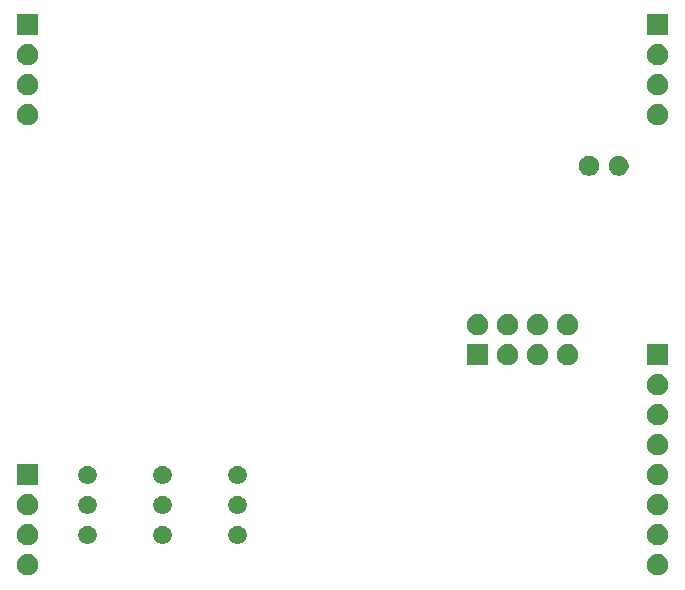
<source format=gbr>
G04 #@! TF.GenerationSoftware,KiCad,Pcbnew,5.1.6-c6e7f7d~87~ubuntu18.04.1*
G04 #@! TF.CreationDate,2020-08-19T17:04:45-04:00*
G04 #@! TF.ProjectId,late_MS20_VCF_plug_in_board,6c617465-5f4d-4533-9230-5f5643465f70,0*
G04 #@! TF.SameCoordinates,Original*
G04 #@! TF.FileFunction,Soldermask,Bot*
G04 #@! TF.FilePolarity,Negative*
%FSLAX46Y46*%
G04 Gerber Fmt 4.6, Leading zero omitted, Abs format (unit mm)*
G04 Created by KiCad (PCBNEW 5.1.6-c6e7f7d~87~ubuntu18.04.1) date 2020-08-19 17:04:45*
%MOMM*%
%LPD*%
G01*
G04 APERTURE LIST*
%ADD10C,0.100000*%
G04 APERTURE END LIST*
D10*
G36*
X147433512Y-113403927D02*
G01*
X147582812Y-113433624D01*
X147746784Y-113501544D01*
X147894354Y-113600147D01*
X148019853Y-113725646D01*
X148118456Y-113873216D01*
X148186376Y-114037188D01*
X148221000Y-114211259D01*
X148221000Y-114388741D01*
X148186376Y-114562812D01*
X148118456Y-114726784D01*
X148019853Y-114874354D01*
X147894354Y-114999853D01*
X147746784Y-115098456D01*
X147582812Y-115166376D01*
X147433512Y-115196073D01*
X147408742Y-115201000D01*
X147231258Y-115201000D01*
X147206488Y-115196073D01*
X147057188Y-115166376D01*
X146893216Y-115098456D01*
X146745646Y-114999853D01*
X146620147Y-114874354D01*
X146521544Y-114726784D01*
X146453624Y-114562812D01*
X146419000Y-114388741D01*
X146419000Y-114211259D01*
X146453624Y-114037188D01*
X146521544Y-113873216D01*
X146620147Y-113725646D01*
X146745646Y-113600147D01*
X146893216Y-113501544D01*
X147057188Y-113433624D01*
X147206488Y-113403927D01*
X147231258Y-113399000D01*
X147408742Y-113399000D01*
X147433512Y-113403927D01*
G37*
G36*
X94093512Y-113403927D02*
G01*
X94242812Y-113433624D01*
X94406784Y-113501544D01*
X94554354Y-113600147D01*
X94679853Y-113725646D01*
X94778456Y-113873216D01*
X94846376Y-114037188D01*
X94881000Y-114211259D01*
X94881000Y-114388741D01*
X94846376Y-114562812D01*
X94778456Y-114726784D01*
X94679853Y-114874354D01*
X94554354Y-114999853D01*
X94406784Y-115098456D01*
X94242812Y-115166376D01*
X94093512Y-115196073D01*
X94068742Y-115201000D01*
X93891258Y-115201000D01*
X93866488Y-115196073D01*
X93717188Y-115166376D01*
X93553216Y-115098456D01*
X93405646Y-114999853D01*
X93280147Y-114874354D01*
X93181544Y-114726784D01*
X93113624Y-114562812D01*
X93079000Y-114388741D01*
X93079000Y-114211259D01*
X93113624Y-114037188D01*
X93181544Y-113873216D01*
X93280147Y-113725646D01*
X93405646Y-113600147D01*
X93553216Y-113501544D01*
X93717188Y-113433624D01*
X93866488Y-113403927D01*
X93891258Y-113399000D01*
X94068742Y-113399000D01*
X94093512Y-113403927D01*
G37*
G36*
X94093512Y-110863927D02*
G01*
X94242812Y-110893624D01*
X94406784Y-110961544D01*
X94554354Y-111060147D01*
X94679853Y-111185646D01*
X94778456Y-111333216D01*
X94846376Y-111497188D01*
X94881000Y-111671259D01*
X94881000Y-111848741D01*
X94846376Y-112022812D01*
X94778456Y-112186784D01*
X94679853Y-112334354D01*
X94554354Y-112459853D01*
X94406784Y-112558456D01*
X94242812Y-112626376D01*
X94093512Y-112656073D01*
X94068742Y-112661000D01*
X93891258Y-112661000D01*
X93866488Y-112656073D01*
X93717188Y-112626376D01*
X93553216Y-112558456D01*
X93405646Y-112459853D01*
X93280147Y-112334354D01*
X93181544Y-112186784D01*
X93113624Y-112022812D01*
X93079000Y-111848741D01*
X93079000Y-111671259D01*
X93113624Y-111497188D01*
X93181544Y-111333216D01*
X93280147Y-111185646D01*
X93405646Y-111060147D01*
X93553216Y-110961544D01*
X93717188Y-110893624D01*
X93866488Y-110863927D01*
X93891258Y-110859000D01*
X94068742Y-110859000D01*
X94093512Y-110863927D01*
G37*
G36*
X147433512Y-110863927D02*
G01*
X147582812Y-110893624D01*
X147746784Y-110961544D01*
X147894354Y-111060147D01*
X148019853Y-111185646D01*
X148118456Y-111333216D01*
X148186376Y-111497188D01*
X148221000Y-111671259D01*
X148221000Y-111848741D01*
X148186376Y-112022812D01*
X148118456Y-112186784D01*
X148019853Y-112334354D01*
X147894354Y-112459853D01*
X147746784Y-112558456D01*
X147582812Y-112626376D01*
X147433512Y-112656073D01*
X147408742Y-112661000D01*
X147231258Y-112661000D01*
X147206488Y-112656073D01*
X147057188Y-112626376D01*
X146893216Y-112558456D01*
X146745646Y-112459853D01*
X146620147Y-112334354D01*
X146521544Y-112186784D01*
X146453624Y-112022812D01*
X146419000Y-111848741D01*
X146419000Y-111671259D01*
X146453624Y-111497188D01*
X146521544Y-111333216D01*
X146620147Y-111185646D01*
X146745646Y-111060147D01*
X146893216Y-110961544D01*
X147057188Y-110893624D01*
X147206488Y-110863927D01*
X147231258Y-110859000D01*
X147408742Y-110859000D01*
X147433512Y-110863927D01*
G37*
G36*
X105535589Y-110998876D02*
G01*
X105634893Y-111018629D01*
X105775206Y-111076748D01*
X105901484Y-111161125D01*
X106008875Y-111268516D01*
X106093252Y-111394794D01*
X106151371Y-111535107D01*
X106181000Y-111684063D01*
X106181000Y-111835937D01*
X106151371Y-111984893D01*
X106093252Y-112125206D01*
X106008875Y-112251484D01*
X105901484Y-112358875D01*
X105775206Y-112443252D01*
X105634893Y-112501371D01*
X105535589Y-112521124D01*
X105485938Y-112531000D01*
X105334062Y-112531000D01*
X105284411Y-112521124D01*
X105185107Y-112501371D01*
X105044794Y-112443252D01*
X104918516Y-112358875D01*
X104811125Y-112251484D01*
X104726748Y-112125206D01*
X104668629Y-111984893D01*
X104639000Y-111835937D01*
X104639000Y-111684063D01*
X104668629Y-111535107D01*
X104726748Y-111394794D01*
X104811125Y-111268516D01*
X104918516Y-111161125D01*
X105044794Y-111076748D01*
X105185107Y-111018629D01*
X105284411Y-110998876D01*
X105334062Y-110989000D01*
X105485938Y-110989000D01*
X105535589Y-110998876D01*
G37*
G36*
X111885589Y-110998876D02*
G01*
X111984893Y-111018629D01*
X112125206Y-111076748D01*
X112251484Y-111161125D01*
X112358875Y-111268516D01*
X112443252Y-111394794D01*
X112501371Y-111535107D01*
X112531000Y-111684063D01*
X112531000Y-111835937D01*
X112501371Y-111984893D01*
X112443252Y-112125206D01*
X112358875Y-112251484D01*
X112251484Y-112358875D01*
X112125206Y-112443252D01*
X111984893Y-112501371D01*
X111885589Y-112521124D01*
X111835938Y-112531000D01*
X111684062Y-112531000D01*
X111634411Y-112521124D01*
X111535107Y-112501371D01*
X111394794Y-112443252D01*
X111268516Y-112358875D01*
X111161125Y-112251484D01*
X111076748Y-112125206D01*
X111018629Y-111984893D01*
X110989000Y-111835937D01*
X110989000Y-111684063D01*
X111018629Y-111535107D01*
X111076748Y-111394794D01*
X111161125Y-111268516D01*
X111268516Y-111161125D01*
X111394794Y-111076748D01*
X111535107Y-111018629D01*
X111634411Y-110998876D01*
X111684062Y-110989000D01*
X111835938Y-110989000D01*
X111885589Y-110998876D01*
G37*
G36*
X99185589Y-110998876D02*
G01*
X99284893Y-111018629D01*
X99425206Y-111076748D01*
X99551484Y-111161125D01*
X99658875Y-111268516D01*
X99743252Y-111394794D01*
X99801371Y-111535107D01*
X99831000Y-111684063D01*
X99831000Y-111835937D01*
X99801371Y-111984893D01*
X99743252Y-112125206D01*
X99658875Y-112251484D01*
X99551484Y-112358875D01*
X99425206Y-112443252D01*
X99284893Y-112501371D01*
X99185589Y-112521124D01*
X99135938Y-112531000D01*
X98984062Y-112531000D01*
X98934411Y-112521124D01*
X98835107Y-112501371D01*
X98694794Y-112443252D01*
X98568516Y-112358875D01*
X98461125Y-112251484D01*
X98376748Y-112125206D01*
X98318629Y-111984893D01*
X98289000Y-111835937D01*
X98289000Y-111684063D01*
X98318629Y-111535107D01*
X98376748Y-111394794D01*
X98461125Y-111268516D01*
X98568516Y-111161125D01*
X98694794Y-111076748D01*
X98835107Y-111018629D01*
X98934411Y-110998876D01*
X98984062Y-110989000D01*
X99135938Y-110989000D01*
X99185589Y-110998876D01*
G37*
G36*
X94093512Y-108323927D02*
G01*
X94242812Y-108353624D01*
X94406784Y-108421544D01*
X94554354Y-108520147D01*
X94679853Y-108645646D01*
X94778456Y-108793216D01*
X94846376Y-108957188D01*
X94881000Y-109131259D01*
X94881000Y-109308741D01*
X94846376Y-109482812D01*
X94778456Y-109646784D01*
X94679853Y-109794354D01*
X94554354Y-109919853D01*
X94406784Y-110018456D01*
X94242812Y-110086376D01*
X94093512Y-110116073D01*
X94068742Y-110121000D01*
X93891258Y-110121000D01*
X93866488Y-110116073D01*
X93717188Y-110086376D01*
X93553216Y-110018456D01*
X93405646Y-109919853D01*
X93280147Y-109794354D01*
X93181544Y-109646784D01*
X93113624Y-109482812D01*
X93079000Y-109308741D01*
X93079000Y-109131259D01*
X93113624Y-108957188D01*
X93181544Y-108793216D01*
X93280147Y-108645646D01*
X93405646Y-108520147D01*
X93553216Y-108421544D01*
X93717188Y-108353624D01*
X93866488Y-108323927D01*
X93891258Y-108319000D01*
X94068742Y-108319000D01*
X94093512Y-108323927D01*
G37*
G36*
X147433512Y-108323927D02*
G01*
X147582812Y-108353624D01*
X147746784Y-108421544D01*
X147894354Y-108520147D01*
X148019853Y-108645646D01*
X148118456Y-108793216D01*
X148186376Y-108957188D01*
X148221000Y-109131259D01*
X148221000Y-109308741D01*
X148186376Y-109482812D01*
X148118456Y-109646784D01*
X148019853Y-109794354D01*
X147894354Y-109919853D01*
X147746784Y-110018456D01*
X147582812Y-110086376D01*
X147433512Y-110116073D01*
X147408742Y-110121000D01*
X147231258Y-110121000D01*
X147206488Y-110116073D01*
X147057188Y-110086376D01*
X146893216Y-110018456D01*
X146745646Y-109919853D01*
X146620147Y-109794354D01*
X146521544Y-109646784D01*
X146453624Y-109482812D01*
X146419000Y-109308741D01*
X146419000Y-109131259D01*
X146453624Y-108957188D01*
X146521544Y-108793216D01*
X146620147Y-108645646D01*
X146745646Y-108520147D01*
X146893216Y-108421544D01*
X147057188Y-108353624D01*
X147206488Y-108323927D01*
X147231258Y-108319000D01*
X147408742Y-108319000D01*
X147433512Y-108323927D01*
G37*
G36*
X105535589Y-108458876D02*
G01*
X105634893Y-108478629D01*
X105775206Y-108536748D01*
X105901484Y-108621125D01*
X106008875Y-108728516D01*
X106093252Y-108854794D01*
X106151371Y-108995107D01*
X106181000Y-109144063D01*
X106181000Y-109295937D01*
X106151371Y-109444893D01*
X106093252Y-109585206D01*
X106008875Y-109711484D01*
X105901484Y-109818875D01*
X105775206Y-109903252D01*
X105634893Y-109961371D01*
X105535589Y-109981124D01*
X105485938Y-109991000D01*
X105334062Y-109991000D01*
X105284411Y-109981124D01*
X105185107Y-109961371D01*
X105044794Y-109903252D01*
X104918516Y-109818875D01*
X104811125Y-109711484D01*
X104726748Y-109585206D01*
X104668629Y-109444893D01*
X104639000Y-109295937D01*
X104639000Y-109144063D01*
X104668629Y-108995107D01*
X104726748Y-108854794D01*
X104811125Y-108728516D01*
X104918516Y-108621125D01*
X105044794Y-108536748D01*
X105185107Y-108478629D01*
X105284411Y-108458876D01*
X105334062Y-108449000D01*
X105485938Y-108449000D01*
X105535589Y-108458876D01*
G37*
G36*
X99185589Y-108458876D02*
G01*
X99284893Y-108478629D01*
X99425206Y-108536748D01*
X99551484Y-108621125D01*
X99658875Y-108728516D01*
X99743252Y-108854794D01*
X99801371Y-108995107D01*
X99831000Y-109144063D01*
X99831000Y-109295937D01*
X99801371Y-109444893D01*
X99743252Y-109585206D01*
X99658875Y-109711484D01*
X99551484Y-109818875D01*
X99425206Y-109903252D01*
X99284893Y-109961371D01*
X99185589Y-109981124D01*
X99135938Y-109991000D01*
X98984062Y-109991000D01*
X98934411Y-109981124D01*
X98835107Y-109961371D01*
X98694794Y-109903252D01*
X98568516Y-109818875D01*
X98461125Y-109711484D01*
X98376748Y-109585206D01*
X98318629Y-109444893D01*
X98289000Y-109295937D01*
X98289000Y-109144063D01*
X98318629Y-108995107D01*
X98376748Y-108854794D01*
X98461125Y-108728516D01*
X98568516Y-108621125D01*
X98694794Y-108536748D01*
X98835107Y-108478629D01*
X98934411Y-108458876D01*
X98984062Y-108449000D01*
X99135938Y-108449000D01*
X99185589Y-108458876D01*
G37*
G36*
X111885589Y-108458876D02*
G01*
X111984893Y-108478629D01*
X112125206Y-108536748D01*
X112251484Y-108621125D01*
X112358875Y-108728516D01*
X112443252Y-108854794D01*
X112501371Y-108995107D01*
X112531000Y-109144063D01*
X112531000Y-109295937D01*
X112501371Y-109444893D01*
X112443252Y-109585206D01*
X112358875Y-109711484D01*
X112251484Y-109818875D01*
X112125206Y-109903252D01*
X111984893Y-109961371D01*
X111885589Y-109981124D01*
X111835938Y-109991000D01*
X111684062Y-109991000D01*
X111634411Y-109981124D01*
X111535107Y-109961371D01*
X111394794Y-109903252D01*
X111268516Y-109818875D01*
X111161125Y-109711484D01*
X111076748Y-109585206D01*
X111018629Y-109444893D01*
X110989000Y-109295937D01*
X110989000Y-109144063D01*
X111018629Y-108995107D01*
X111076748Y-108854794D01*
X111161125Y-108728516D01*
X111268516Y-108621125D01*
X111394794Y-108536748D01*
X111535107Y-108478629D01*
X111634411Y-108458876D01*
X111684062Y-108449000D01*
X111835938Y-108449000D01*
X111885589Y-108458876D01*
G37*
G36*
X94881000Y-107581000D02*
G01*
X93079000Y-107581000D01*
X93079000Y-105779000D01*
X94881000Y-105779000D01*
X94881000Y-107581000D01*
G37*
G36*
X147433512Y-105783927D02*
G01*
X147582812Y-105813624D01*
X147746784Y-105881544D01*
X147894354Y-105980147D01*
X148019853Y-106105646D01*
X148118456Y-106253216D01*
X148186376Y-106417188D01*
X148221000Y-106591259D01*
X148221000Y-106768741D01*
X148186376Y-106942812D01*
X148118456Y-107106784D01*
X148019853Y-107254354D01*
X147894354Y-107379853D01*
X147746784Y-107478456D01*
X147582812Y-107546376D01*
X147433512Y-107576073D01*
X147408742Y-107581000D01*
X147231258Y-107581000D01*
X147206488Y-107576073D01*
X147057188Y-107546376D01*
X146893216Y-107478456D01*
X146745646Y-107379853D01*
X146620147Y-107254354D01*
X146521544Y-107106784D01*
X146453624Y-106942812D01*
X146419000Y-106768741D01*
X146419000Y-106591259D01*
X146453624Y-106417188D01*
X146521544Y-106253216D01*
X146620147Y-106105646D01*
X146745646Y-105980147D01*
X146893216Y-105881544D01*
X147057188Y-105813624D01*
X147206488Y-105783927D01*
X147231258Y-105779000D01*
X147408742Y-105779000D01*
X147433512Y-105783927D01*
G37*
G36*
X99185589Y-105918876D02*
G01*
X99284893Y-105938629D01*
X99425206Y-105996748D01*
X99551484Y-106081125D01*
X99658875Y-106188516D01*
X99743252Y-106314794D01*
X99801371Y-106455107D01*
X99831000Y-106604063D01*
X99831000Y-106755937D01*
X99801371Y-106904893D01*
X99743252Y-107045206D01*
X99658875Y-107171484D01*
X99551484Y-107278875D01*
X99425206Y-107363252D01*
X99284893Y-107421371D01*
X99185589Y-107441124D01*
X99135938Y-107451000D01*
X98984062Y-107451000D01*
X98934411Y-107441124D01*
X98835107Y-107421371D01*
X98694794Y-107363252D01*
X98568516Y-107278875D01*
X98461125Y-107171484D01*
X98376748Y-107045206D01*
X98318629Y-106904893D01*
X98289000Y-106755937D01*
X98289000Y-106604063D01*
X98318629Y-106455107D01*
X98376748Y-106314794D01*
X98461125Y-106188516D01*
X98568516Y-106081125D01*
X98694794Y-105996748D01*
X98835107Y-105938629D01*
X98934411Y-105918876D01*
X98984062Y-105909000D01*
X99135938Y-105909000D01*
X99185589Y-105918876D01*
G37*
G36*
X105535589Y-105918876D02*
G01*
X105634893Y-105938629D01*
X105775206Y-105996748D01*
X105901484Y-106081125D01*
X106008875Y-106188516D01*
X106093252Y-106314794D01*
X106151371Y-106455107D01*
X106181000Y-106604063D01*
X106181000Y-106755937D01*
X106151371Y-106904893D01*
X106093252Y-107045206D01*
X106008875Y-107171484D01*
X105901484Y-107278875D01*
X105775206Y-107363252D01*
X105634893Y-107421371D01*
X105535589Y-107441124D01*
X105485938Y-107451000D01*
X105334062Y-107451000D01*
X105284411Y-107441124D01*
X105185107Y-107421371D01*
X105044794Y-107363252D01*
X104918516Y-107278875D01*
X104811125Y-107171484D01*
X104726748Y-107045206D01*
X104668629Y-106904893D01*
X104639000Y-106755937D01*
X104639000Y-106604063D01*
X104668629Y-106455107D01*
X104726748Y-106314794D01*
X104811125Y-106188516D01*
X104918516Y-106081125D01*
X105044794Y-105996748D01*
X105185107Y-105938629D01*
X105284411Y-105918876D01*
X105334062Y-105909000D01*
X105485938Y-105909000D01*
X105535589Y-105918876D01*
G37*
G36*
X111885589Y-105918876D02*
G01*
X111984893Y-105938629D01*
X112125206Y-105996748D01*
X112251484Y-106081125D01*
X112358875Y-106188516D01*
X112443252Y-106314794D01*
X112501371Y-106455107D01*
X112531000Y-106604063D01*
X112531000Y-106755937D01*
X112501371Y-106904893D01*
X112443252Y-107045206D01*
X112358875Y-107171484D01*
X112251484Y-107278875D01*
X112125206Y-107363252D01*
X111984893Y-107421371D01*
X111885589Y-107441124D01*
X111835938Y-107451000D01*
X111684062Y-107451000D01*
X111634411Y-107441124D01*
X111535107Y-107421371D01*
X111394794Y-107363252D01*
X111268516Y-107278875D01*
X111161125Y-107171484D01*
X111076748Y-107045206D01*
X111018629Y-106904893D01*
X110989000Y-106755937D01*
X110989000Y-106604063D01*
X111018629Y-106455107D01*
X111076748Y-106314794D01*
X111161125Y-106188516D01*
X111268516Y-106081125D01*
X111394794Y-105996748D01*
X111535107Y-105938629D01*
X111634411Y-105918876D01*
X111684062Y-105909000D01*
X111835938Y-105909000D01*
X111885589Y-105918876D01*
G37*
G36*
X147433512Y-103243927D02*
G01*
X147582812Y-103273624D01*
X147746784Y-103341544D01*
X147894354Y-103440147D01*
X148019853Y-103565646D01*
X148118456Y-103713216D01*
X148186376Y-103877188D01*
X148221000Y-104051259D01*
X148221000Y-104228741D01*
X148186376Y-104402812D01*
X148118456Y-104566784D01*
X148019853Y-104714354D01*
X147894354Y-104839853D01*
X147746784Y-104938456D01*
X147582812Y-105006376D01*
X147433512Y-105036073D01*
X147408742Y-105041000D01*
X147231258Y-105041000D01*
X147206488Y-105036073D01*
X147057188Y-105006376D01*
X146893216Y-104938456D01*
X146745646Y-104839853D01*
X146620147Y-104714354D01*
X146521544Y-104566784D01*
X146453624Y-104402812D01*
X146419000Y-104228741D01*
X146419000Y-104051259D01*
X146453624Y-103877188D01*
X146521544Y-103713216D01*
X146620147Y-103565646D01*
X146745646Y-103440147D01*
X146893216Y-103341544D01*
X147057188Y-103273624D01*
X147206488Y-103243927D01*
X147231258Y-103239000D01*
X147408742Y-103239000D01*
X147433512Y-103243927D01*
G37*
G36*
X147433512Y-100703927D02*
G01*
X147582812Y-100733624D01*
X147746784Y-100801544D01*
X147894354Y-100900147D01*
X148019853Y-101025646D01*
X148118456Y-101173216D01*
X148186376Y-101337188D01*
X148221000Y-101511259D01*
X148221000Y-101688741D01*
X148186376Y-101862812D01*
X148118456Y-102026784D01*
X148019853Y-102174354D01*
X147894354Y-102299853D01*
X147746784Y-102398456D01*
X147582812Y-102466376D01*
X147433512Y-102496073D01*
X147408742Y-102501000D01*
X147231258Y-102501000D01*
X147206488Y-102496073D01*
X147057188Y-102466376D01*
X146893216Y-102398456D01*
X146745646Y-102299853D01*
X146620147Y-102174354D01*
X146521544Y-102026784D01*
X146453624Y-101862812D01*
X146419000Y-101688741D01*
X146419000Y-101511259D01*
X146453624Y-101337188D01*
X146521544Y-101173216D01*
X146620147Y-101025646D01*
X146745646Y-100900147D01*
X146893216Y-100801544D01*
X147057188Y-100733624D01*
X147206488Y-100703927D01*
X147231258Y-100699000D01*
X147408742Y-100699000D01*
X147433512Y-100703927D01*
G37*
G36*
X147433512Y-98163927D02*
G01*
X147582812Y-98193624D01*
X147746784Y-98261544D01*
X147894354Y-98360147D01*
X148019853Y-98485646D01*
X148118456Y-98633216D01*
X148186376Y-98797188D01*
X148221000Y-98971259D01*
X148221000Y-99148741D01*
X148186376Y-99322812D01*
X148118456Y-99486784D01*
X148019853Y-99634354D01*
X147894354Y-99759853D01*
X147746784Y-99858456D01*
X147582812Y-99926376D01*
X147433512Y-99956073D01*
X147408742Y-99961000D01*
X147231258Y-99961000D01*
X147206488Y-99956073D01*
X147057188Y-99926376D01*
X146893216Y-99858456D01*
X146745646Y-99759853D01*
X146620147Y-99634354D01*
X146521544Y-99486784D01*
X146453624Y-99322812D01*
X146419000Y-99148741D01*
X146419000Y-98971259D01*
X146453624Y-98797188D01*
X146521544Y-98633216D01*
X146620147Y-98485646D01*
X146745646Y-98360147D01*
X146893216Y-98261544D01*
X147057188Y-98193624D01*
X147206488Y-98163927D01*
X147231258Y-98159000D01*
X147408742Y-98159000D01*
X147433512Y-98163927D01*
G37*
G36*
X148221000Y-97421000D02*
G01*
X146419000Y-97421000D01*
X146419000Y-95619000D01*
X148221000Y-95619000D01*
X148221000Y-97421000D01*
G37*
G36*
X139813512Y-95623927D02*
G01*
X139962812Y-95653624D01*
X140126784Y-95721544D01*
X140274354Y-95820147D01*
X140399853Y-95945646D01*
X140498456Y-96093216D01*
X140566376Y-96257188D01*
X140601000Y-96431259D01*
X140601000Y-96608741D01*
X140566376Y-96782812D01*
X140498456Y-96946784D01*
X140399853Y-97094354D01*
X140274354Y-97219853D01*
X140126784Y-97318456D01*
X139962812Y-97386376D01*
X139813512Y-97416073D01*
X139788742Y-97421000D01*
X139611258Y-97421000D01*
X139586488Y-97416073D01*
X139437188Y-97386376D01*
X139273216Y-97318456D01*
X139125646Y-97219853D01*
X139000147Y-97094354D01*
X138901544Y-96946784D01*
X138833624Y-96782812D01*
X138799000Y-96608741D01*
X138799000Y-96431259D01*
X138833624Y-96257188D01*
X138901544Y-96093216D01*
X139000147Y-95945646D01*
X139125646Y-95820147D01*
X139273216Y-95721544D01*
X139437188Y-95653624D01*
X139586488Y-95623927D01*
X139611258Y-95619000D01*
X139788742Y-95619000D01*
X139813512Y-95623927D01*
G37*
G36*
X134733512Y-95623927D02*
G01*
X134882812Y-95653624D01*
X135046784Y-95721544D01*
X135194354Y-95820147D01*
X135319853Y-95945646D01*
X135418456Y-96093216D01*
X135486376Y-96257188D01*
X135521000Y-96431259D01*
X135521000Y-96608741D01*
X135486376Y-96782812D01*
X135418456Y-96946784D01*
X135319853Y-97094354D01*
X135194354Y-97219853D01*
X135046784Y-97318456D01*
X134882812Y-97386376D01*
X134733512Y-97416073D01*
X134708742Y-97421000D01*
X134531258Y-97421000D01*
X134506488Y-97416073D01*
X134357188Y-97386376D01*
X134193216Y-97318456D01*
X134045646Y-97219853D01*
X133920147Y-97094354D01*
X133821544Y-96946784D01*
X133753624Y-96782812D01*
X133719000Y-96608741D01*
X133719000Y-96431259D01*
X133753624Y-96257188D01*
X133821544Y-96093216D01*
X133920147Y-95945646D01*
X134045646Y-95820147D01*
X134193216Y-95721544D01*
X134357188Y-95653624D01*
X134506488Y-95623927D01*
X134531258Y-95619000D01*
X134708742Y-95619000D01*
X134733512Y-95623927D01*
G37*
G36*
X137273512Y-95623927D02*
G01*
X137422812Y-95653624D01*
X137586784Y-95721544D01*
X137734354Y-95820147D01*
X137859853Y-95945646D01*
X137958456Y-96093216D01*
X138026376Y-96257188D01*
X138061000Y-96431259D01*
X138061000Y-96608741D01*
X138026376Y-96782812D01*
X137958456Y-96946784D01*
X137859853Y-97094354D01*
X137734354Y-97219853D01*
X137586784Y-97318456D01*
X137422812Y-97386376D01*
X137273512Y-97416073D01*
X137248742Y-97421000D01*
X137071258Y-97421000D01*
X137046488Y-97416073D01*
X136897188Y-97386376D01*
X136733216Y-97318456D01*
X136585646Y-97219853D01*
X136460147Y-97094354D01*
X136361544Y-96946784D01*
X136293624Y-96782812D01*
X136259000Y-96608741D01*
X136259000Y-96431259D01*
X136293624Y-96257188D01*
X136361544Y-96093216D01*
X136460147Y-95945646D01*
X136585646Y-95820147D01*
X136733216Y-95721544D01*
X136897188Y-95653624D01*
X137046488Y-95623927D01*
X137071258Y-95619000D01*
X137248742Y-95619000D01*
X137273512Y-95623927D01*
G37*
G36*
X132981000Y-97421000D02*
G01*
X131179000Y-97421000D01*
X131179000Y-95619000D01*
X132981000Y-95619000D01*
X132981000Y-97421000D01*
G37*
G36*
X139813512Y-93083927D02*
G01*
X139962812Y-93113624D01*
X140126784Y-93181544D01*
X140274354Y-93280147D01*
X140399853Y-93405646D01*
X140498456Y-93553216D01*
X140566376Y-93717188D01*
X140601000Y-93891259D01*
X140601000Y-94068741D01*
X140566376Y-94242812D01*
X140498456Y-94406784D01*
X140399853Y-94554354D01*
X140274354Y-94679853D01*
X140126784Y-94778456D01*
X139962812Y-94846376D01*
X139813512Y-94876073D01*
X139788742Y-94881000D01*
X139611258Y-94881000D01*
X139586488Y-94876073D01*
X139437188Y-94846376D01*
X139273216Y-94778456D01*
X139125646Y-94679853D01*
X139000147Y-94554354D01*
X138901544Y-94406784D01*
X138833624Y-94242812D01*
X138799000Y-94068741D01*
X138799000Y-93891259D01*
X138833624Y-93717188D01*
X138901544Y-93553216D01*
X139000147Y-93405646D01*
X139125646Y-93280147D01*
X139273216Y-93181544D01*
X139437188Y-93113624D01*
X139586488Y-93083927D01*
X139611258Y-93079000D01*
X139788742Y-93079000D01*
X139813512Y-93083927D01*
G37*
G36*
X137273512Y-93083927D02*
G01*
X137422812Y-93113624D01*
X137586784Y-93181544D01*
X137734354Y-93280147D01*
X137859853Y-93405646D01*
X137958456Y-93553216D01*
X138026376Y-93717188D01*
X138061000Y-93891259D01*
X138061000Y-94068741D01*
X138026376Y-94242812D01*
X137958456Y-94406784D01*
X137859853Y-94554354D01*
X137734354Y-94679853D01*
X137586784Y-94778456D01*
X137422812Y-94846376D01*
X137273512Y-94876073D01*
X137248742Y-94881000D01*
X137071258Y-94881000D01*
X137046488Y-94876073D01*
X136897188Y-94846376D01*
X136733216Y-94778456D01*
X136585646Y-94679853D01*
X136460147Y-94554354D01*
X136361544Y-94406784D01*
X136293624Y-94242812D01*
X136259000Y-94068741D01*
X136259000Y-93891259D01*
X136293624Y-93717188D01*
X136361544Y-93553216D01*
X136460147Y-93405646D01*
X136585646Y-93280147D01*
X136733216Y-93181544D01*
X136897188Y-93113624D01*
X137046488Y-93083927D01*
X137071258Y-93079000D01*
X137248742Y-93079000D01*
X137273512Y-93083927D01*
G37*
G36*
X134733512Y-93083927D02*
G01*
X134882812Y-93113624D01*
X135046784Y-93181544D01*
X135194354Y-93280147D01*
X135319853Y-93405646D01*
X135418456Y-93553216D01*
X135486376Y-93717188D01*
X135521000Y-93891259D01*
X135521000Y-94068741D01*
X135486376Y-94242812D01*
X135418456Y-94406784D01*
X135319853Y-94554354D01*
X135194354Y-94679853D01*
X135046784Y-94778456D01*
X134882812Y-94846376D01*
X134733512Y-94876073D01*
X134708742Y-94881000D01*
X134531258Y-94881000D01*
X134506488Y-94876073D01*
X134357188Y-94846376D01*
X134193216Y-94778456D01*
X134045646Y-94679853D01*
X133920147Y-94554354D01*
X133821544Y-94406784D01*
X133753624Y-94242812D01*
X133719000Y-94068741D01*
X133719000Y-93891259D01*
X133753624Y-93717188D01*
X133821544Y-93553216D01*
X133920147Y-93405646D01*
X134045646Y-93280147D01*
X134193216Y-93181544D01*
X134357188Y-93113624D01*
X134506488Y-93083927D01*
X134531258Y-93079000D01*
X134708742Y-93079000D01*
X134733512Y-93083927D01*
G37*
G36*
X132193512Y-93083927D02*
G01*
X132342812Y-93113624D01*
X132506784Y-93181544D01*
X132654354Y-93280147D01*
X132779853Y-93405646D01*
X132878456Y-93553216D01*
X132946376Y-93717188D01*
X132981000Y-93891259D01*
X132981000Y-94068741D01*
X132946376Y-94242812D01*
X132878456Y-94406784D01*
X132779853Y-94554354D01*
X132654354Y-94679853D01*
X132506784Y-94778456D01*
X132342812Y-94846376D01*
X132193512Y-94876073D01*
X132168742Y-94881000D01*
X131991258Y-94881000D01*
X131966488Y-94876073D01*
X131817188Y-94846376D01*
X131653216Y-94778456D01*
X131505646Y-94679853D01*
X131380147Y-94554354D01*
X131281544Y-94406784D01*
X131213624Y-94242812D01*
X131179000Y-94068741D01*
X131179000Y-93891259D01*
X131213624Y-93717188D01*
X131281544Y-93553216D01*
X131380147Y-93405646D01*
X131505646Y-93280147D01*
X131653216Y-93181544D01*
X131817188Y-93113624D01*
X131966488Y-93083927D01*
X131991258Y-93079000D01*
X132168742Y-93079000D01*
X132193512Y-93083927D01*
G37*
G36*
X144266228Y-79699703D02*
G01*
X144421100Y-79763853D01*
X144560481Y-79856985D01*
X144679015Y-79975519D01*
X144772147Y-80114900D01*
X144836297Y-80269772D01*
X144869000Y-80434184D01*
X144869000Y-80601816D01*
X144836297Y-80766228D01*
X144772147Y-80921100D01*
X144679015Y-81060481D01*
X144560481Y-81179015D01*
X144421100Y-81272147D01*
X144266228Y-81336297D01*
X144101816Y-81369000D01*
X143934184Y-81369000D01*
X143769772Y-81336297D01*
X143614900Y-81272147D01*
X143475519Y-81179015D01*
X143356985Y-81060481D01*
X143263853Y-80921100D01*
X143199703Y-80766228D01*
X143167000Y-80601816D01*
X143167000Y-80434184D01*
X143199703Y-80269772D01*
X143263853Y-80114900D01*
X143356985Y-79975519D01*
X143475519Y-79856985D01*
X143614900Y-79763853D01*
X143769772Y-79699703D01*
X143934184Y-79667000D01*
X144101816Y-79667000D01*
X144266228Y-79699703D01*
G37*
G36*
X141766228Y-79699703D02*
G01*
X141921100Y-79763853D01*
X142060481Y-79856985D01*
X142179015Y-79975519D01*
X142272147Y-80114900D01*
X142336297Y-80269772D01*
X142369000Y-80434184D01*
X142369000Y-80601816D01*
X142336297Y-80766228D01*
X142272147Y-80921100D01*
X142179015Y-81060481D01*
X142060481Y-81179015D01*
X141921100Y-81272147D01*
X141766228Y-81336297D01*
X141601816Y-81369000D01*
X141434184Y-81369000D01*
X141269772Y-81336297D01*
X141114900Y-81272147D01*
X140975519Y-81179015D01*
X140856985Y-81060481D01*
X140763853Y-80921100D01*
X140699703Y-80766228D01*
X140667000Y-80601816D01*
X140667000Y-80434184D01*
X140699703Y-80269772D01*
X140763853Y-80114900D01*
X140856985Y-79975519D01*
X140975519Y-79856985D01*
X141114900Y-79763853D01*
X141269772Y-79699703D01*
X141434184Y-79667000D01*
X141601816Y-79667000D01*
X141766228Y-79699703D01*
G37*
G36*
X147433512Y-75303927D02*
G01*
X147582812Y-75333624D01*
X147746784Y-75401544D01*
X147894354Y-75500147D01*
X148019853Y-75625646D01*
X148118456Y-75773216D01*
X148186376Y-75937188D01*
X148221000Y-76111259D01*
X148221000Y-76288741D01*
X148186376Y-76462812D01*
X148118456Y-76626784D01*
X148019853Y-76774354D01*
X147894354Y-76899853D01*
X147746784Y-76998456D01*
X147582812Y-77066376D01*
X147433512Y-77096073D01*
X147408742Y-77101000D01*
X147231258Y-77101000D01*
X147206488Y-77096073D01*
X147057188Y-77066376D01*
X146893216Y-76998456D01*
X146745646Y-76899853D01*
X146620147Y-76774354D01*
X146521544Y-76626784D01*
X146453624Y-76462812D01*
X146419000Y-76288741D01*
X146419000Y-76111259D01*
X146453624Y-75937188D01*
X146521544Y-75773216D01*
X146620147Y-75625646D01*
X146745646Y-75500147D01*
X146893216Y-75401544D01*
X147057188Y-75333624D01*
X147206488Y-75303927D01*
X147231258Y-75299000D01*
X147408742Y-75299000D01*
X147433512Y-75303927D01*
G37*
G36*
X94093512Y-75303927D02*
G01*
X94242812Y-75333624D01*
X94406784Y-75401544D01*
X94554354Y-75500147D01*
X94679853Y-75625646D01*
X94778456Y-75773216D01*
X94846376Y-75937188D01*
X94881000Y-76111259D01*
X94881000Y-76288741D01*
X94846376Y-76462812D01*
X94778456Y-76626784D01*
X94679853Y-76774354D01*
X94554354Y-76899853D01*
X94406784Y-76998456D01*
X94242812Y-77066376D01*
X94093512Y-77096073D01*
X94068742Y-77101000D01*
X93891258Y-77101000D01*
X93866488Y-77096073D01*
X93717188Y-77066376D01*
X93553216Y-76998456D01*
X93405646Y-76899853D01*
X93280147Y-76774354D01*
X93181544Y-76626784D01*
X93113624Y-76462812D01*
X93079000Y-76288741D01*
X93079000Y-76111259D01*
X93113624Y-75937188D01*
X93181544Y-75773216D01*
X93280147Y-75625646D01*
X93405646Y-75500147D01*
X93553216Y-75401544D01*
X93717188Y-75333624D01*
X93866488Y-75303927D01*
X93891258Y-75299000D01*
X94068742Y-75299000D01*
X94093512Y-75303927D01*
G37*
G36*
X147433512Y-72763927D02*
G01*
X147582812Y-72793624D01*
X147746784Y-72861544D01*
X147894354Y-72960147D01*
X148019853Y-73085646D01*
X148118456Y-73233216D01*
X148186376Y-73397188D01*
X148221000Y-73571259D01*
X148221000Y-73748741D01*
X148186376Y-73922812D01*
X148118456Y-74086784D01*
X148019853Y-74234354D01*
X147894354Y-74359853D01*
X147746784Y-74458456D01*
X147582812Y-74526376D01*
X147433512Y-74556073D01*
X147408742Y-74561000D01*
X147231258Y-74561000D01*
X147206488Y-74556073D01*
X147057188Y-74526376D01*
X146893216Y-74458456D01*
X146745646Y-74359853D01*
X146620147Y-74234354D01*
X146521544Y-74086784D01*
X146453624Y-73922812D01*
X146419000Y-73748741D01*
X146419000Y-73571259D01*
X146453624Y-73397188D01*
X146521544Y-73233216D01*
X146620147Y-73085646D01*
X146745646Y-72960147D01*
X146893216Y-72861544D01*
X147057188Y-72793624D01*
X147206488Y-72763927D01*
X147231258Y-72759000D01*
X147408742Y-72759000D01*
X147433512Y-72763927D01*
G37*
G36*
X94093512Y-72763927D02*
G01*
X94242812Y-72793624D01*
X94406784Y-72861544D01*
X94554354Y-72960147D01*
X94679853Y-73085646D01*
X94778456Y-73233216D01*
X94846376Y-73397188D01*
X94881000Y-73571259D01*
X94881000Y-73748741D01*
X94846376Y-73922812D01*
X94778456Y-74086784D01*
X94679853Y-74234354D01*
X94554354Y-74359853D01*
X94406784Y-74458456D01*
X94242812Y-74526376D01*
X94093512Y-74556073D01*
X94068742Y-74561000D01*
X93891258Y-74561000D01*
X93866488Y-74556073D01*
X93717188Y-74526376D01*
X93553216Y-74458456D01*
X93405646Y-74359853D01*
X93280147Y-74234354D01*
X93181544Y-74086784D01*
X93113624Y-73922812D01*
X93079000Y-73748741D01*
X93079000Y-73571259D01*
X93113624Y-73397188D01*
X93181544Y-73233216D01*
X93280147Y-73085646D01*
X93405646Y-72960147D01*
X93553216Y-72861544D01*
X93717188Y-72793624D01*
X93866488Y-72763927D01*
X93891258Y-72759000D01*
X94068742Y-72759000D01*
X94093512Y-72763927D01*
G37*
G36*
X147433512Y-70223927D02*
G01*
X147582812Y-70253624D01*
X147746784Y-70321544D01*
X147894354Y-70420147D01*
X148019853Y-70545646D01*
X148118456Y-70693216D01*
X148186376Y-70857188D01*
X148221000Y-71031259D01*
X148221000Y-71208741D01*
X148186376Y-71382812D01*
X148118456Y-71546784D01*
X148019853Y-71694354D01*
X147894354Y-71819853D01*
X147746784Y-71918456D01*
X147582812Y-71986376D01*
X147433512Y-72016073D01*
X147408742Y-72021000D01*
X147231258Y-72021000D01*
X147206488Y-72016073D01*
X147057188Y-71986376D01*
X146893216Y-71918456D01*
X146745646Y-71819853D01*
X146620147Y-71694354D01*
X146521544Y-71546784D01*
X146453624Y-71382812D01*
X146419000Y-71208741D01*
X146419000Y-71031259D01*
X146453624Y-70857188D01*
X146521544Y-70693216D01*
X146620147Y-70545646D01*
X146745646Y-70420147D01*
X146893216Y-70321544D01*
X147057188Y-70253624D01*
X147206488Y-70223927D01*
X147231258Y-70219000D01*
X147408742Y-70219000D01*
X147433512Y-70223927D01*
G37*
G36*
X94093512Y-70223927D02*
G01*
X94242812Y-70253624D01*
X94406784Y-70321544D01*
X94554354Y-70420147D01*
X94679853Y-70545646D01*
X94778456Y-70693216D01*
X94846376Y-70857188D01*
X94881000Y-71031259D01*
X94881000Y-71208741D01*
X94846376Y-71382812D01*
X94778456Y-71546784D01*
X94679853Y-71694354D01*
X94554354Y-71819853D01*
X94406784Y-71918456D01*
X94242812Y-71986376D01*
X94093512Y-72016073D01*
X94068742Y-72021000D01*
X93891258Y-72021000D01*
X93866488Y-72016073D01*
X93717188Y-71986376D01*
X93553216Y-71918456D01*
X93405646Y-71819853D01*
X93280147Y-71694354D01*
X93181544Y-71546784D01*
X93113624Y-71382812D01*
X93079000Y-71208741D01*
X93079000Y-71031259D01*
X93113624Y-70857188D01*
X93181544Y-70693216D01*
X93280147Y-70545646D01*
X93405646Y-70420147D01*
X93553216Y-70321544D01*
X93717188Y-70253624D01*
X93866488Y-70223927D01*
X93891258Y-70219000D01*
X94068742Y-70219000D01*
X94093512Y-70223927D01*
G37*
G36*
X148221000Y-69481000D02*
G01*
X146419000Y-69481000D01*
X146419000Y-67679000D01*
X148221000Y-67679000D01*
X148221000Y-69481000D01*
G37*
G36*
X94881000Y-69481000D02*
G01*
X93079000Y-69481000D01*
X93079000Y-67679000D01*
X94881000Y-67679000D01*
X94881000Y-69481000D01*
G37*
M02*

</source>
